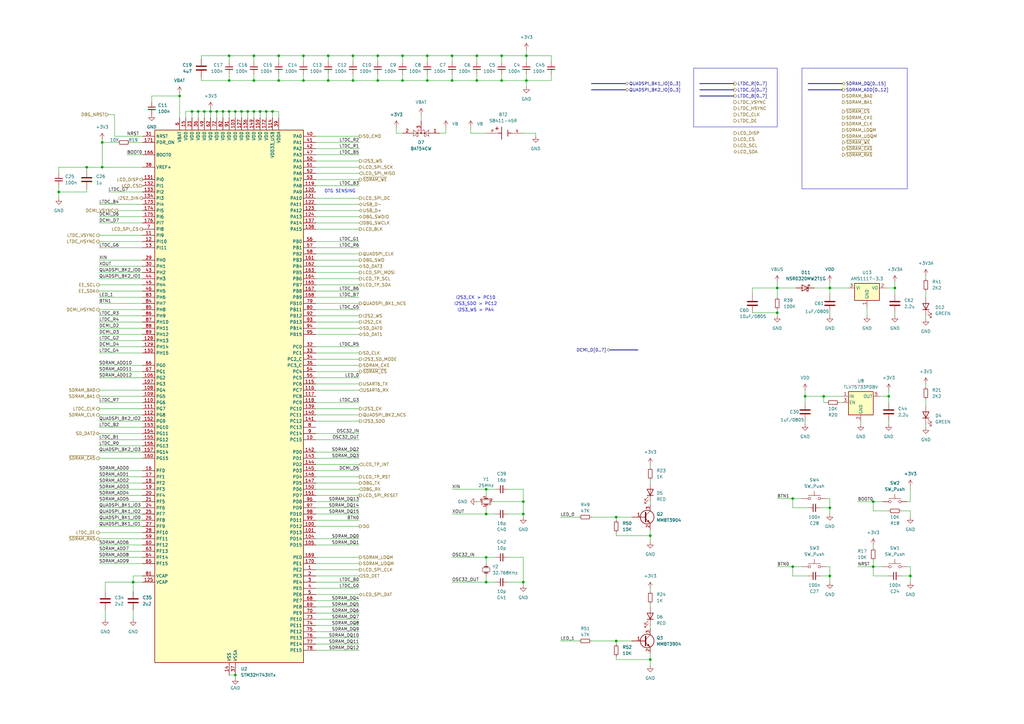
<source format=kicad_sch>
(kicad_sch (version 20231120) (generator "eeschema") (generator_version "8.0")
  (paper "A3")
  (junction (at 154.94 33.02))
  (junction (at 86.36 45.72))
  (junction (at 54.61 238.76))
  (junction (at 41.91 58.42))
  (junction (at 175.26 33.02))
  (junction (at 83.82 45.72))
  (junction (at 106.68 45.72))
  (junction (at 41.91 68.58))
  (junction (at 93.98 33.02))
  (junction (at 215.9 22.86))
  (junction (at 205.74 33.02))
  (junction (at 104.14 22.86))
  (junction (at 81.28 45.72))
  (junction (at 101.6 45.72))
  (junction (at 318.77 118.11))
  (junction (at 337.82 162.56))
  (junction (at 144.78 33.02))
  (junction (at 96.52 45.72))
  (junction (at 199.39 238.76))
  (junction (at 124.46 22.86))
  (junction (at 99.06 45.72))
  (junction (at 214.63 210.82))
  (junction (at 199.39 228.6))
  (junction (at 124.46 33.02))
  (junction (at 104.14 45.72))
  (junction (at 358.14 232.41))
  (junction (at 318.77 128.27))
  (junction (at 111.76 45.72))
  (junction (at 214.63 238.76))
  (junction (at 165.1 22.86))
  (junction (at 185.42 22.86))
  (junction (at 144.78 22.86))
  (junction (at 88.9 45.72))
  (junction (at 165.1 33.02))
  (junction (at 358.14 205.74))
  (junction (at 340.36 208.28))
  (junction (at 195.58 33.02))
  (junction (at 340.36 118.11))
  (junction (at 195.58 22.86))
  (junction (at 330.2 162.56))
  (junction (at 109.22 45.72))
  (junction (at 199.39 210.82))
  (junction (at 93.98 45.72))
  (junction (at 325.12 204.47))
  (junction (at 24.13 78.74))
  (junction (at 367.03 118.11))
  (junction (at 252.73 262.89))
  (junction (at 373.38 236.22))
  (junction (at 134.62 22.86))
  (junction (at 214.63 205.74))
  (junction (at 134.62 33.02))
  (junction (at 35.56 68.58))
  (junction (at 364.49 162.56))
  (junction (at 78.74 45.72))
  (junction (at 205.74 22.86))
  (junction (at 199.39 200.66))
  (junction (at 73.66 39.37))
  (junction (at 252.73 212.09))
  (junction (at 340.36 236.22))
  (junction (at 175.26 22.86))
  (junction (at 96.52 276.86))
  (junction (at 114.3 22.86))
  (junction (at 266.7 219.71))
  (junction (at 266.7 270.51))
  (junction (at 114.3 33.02))
  (junction (at 154.94 22.86))
  (junction (at 91.44 45.72))
  (junction (at 185.42 33.02))
  (junction (at 325.12 232.41))
  (junction (at 104.14 33.02))
  (junction (at 215.9 33.02))
  (junction (at 93.98 22.86))
  (wire (pts (xy 40.64 124.46) (xy 58.42 124.46)))
  (wire (pts (xy 40.64 187.96) (xy 58.42 187.96)))
  (wire (pts (xy 363.22 118.11) (xy 367.03 118.11)))
  (wire (pts (xy 266.7 267.97) (xy 266.7 270.51)))
  (wire (pts (xy 40.64 119.38) (xy 58.42 119.38)))
  (wire (pts (xy 175.26 30.48) (xy 175.26 33.02)))
  (wire (pts (xy 73.66 48.26) (xy 73.66 39.37)))
  (wire (pts (xy 129.54 127) (xy 147.32 127)))
  (wire (pts (xy 331.47 208.28) (xy 325.12 208.28)))
  (wire (pts (xy 114.3 30.48) (xy 114.3 33.02)))
  (wire (pts (xy 40.64 154.94) (xy 58.42 154.94)))
  (wire (pts (xy 214.63 205.74) (xy 214.63 210.82)))
  (wire (pts (xy 215.9 20.32) (xy 215.9 22.86)))
  (wire (pts (xy 40.64 88.9) (xy 58.42 88.9)))
  (wire (pts (xy 195.58 33.02) (xy 185.42 33.02)))
  (wire (pts (xy 129.54 254) (xy 147.32 254)))
  (wire (pts (xy 86.36 45.72) (xy 83.82 45.72)))
  (wire (pts (xy 195.58 22.86) (xy 195.58 25.4)))
  (wire (pts (xy 175.26 33.02) (xy 165.1 33.02)))
  (wire (pts (xy 129.54 99.06) (xy 147.32 99.06)))
  (wire (pts (xy 129.54 256.54) (xy 147.32 256.54)))
  (wire (pts (xy 40.64 198.12) (xy 58.42 198.12)))
  (wire (pts (xy 40.64 109.22) (xy 58.42 109.22)))
  (wire (pts (xy 372.11 205.74) (xy 373.38 205.74)))
  (wire (pts (xy 147.32 144.78) (xy 129.54 144.78)))
  (wire (pts (xy 214.63 238.76) (xy 214.63 240.03)))
  (wire (pts (xy 46.99 46.99) (xy 46.99 55.88)))
  (wire (pts (xy 81.28 45.72) (xy 81.28 48.26)))
  (wire (pts (xy 114.3 22.86) (xy 114.3 25.4)))
  (wire (pts (xy 52.07 63.5) (xy 58.42 63.5)))
  (wire (pts (xy 358.14 209.55) (xy 358.14 205.74)))
  (wire (pts (xy 215.9 22.86) (xy 215.9 25.4)))
  (wire (pts (xy 76.2 48.26) (xy 76.2 45.72)))
  (bus (pts (xy 287.02 36.83) (xy 300.99 36.83)))
  (wire (pts (xy 252.73 212.09) (xy 252.73 213.36)))
  (wire (pts (xy 40.64 149.86) (xy 58.42 149.86)))
  (wire (pts (xy 252.73 212.09) (xy 259.08 212.09)))
  (wire (pts (xy 129.54 142.24) (xy 147.32 142.24)))
  (wire (pts (xy 40.64 180.34) (xy 58.42 180.34)))
  (wire (pts (xy 40.64 228.6) (xy 58.42 228.6)))
  (wire (pts (xy 330.2 162.56) (xy 337.82 162.56)))
  (wire (pts (xy 93.98 33.02) (xy 82.55 33.02)))
  (wire (pts (xy 129.54 266.7) (xy 147.32 266.7)))
  (wire (pts (xy 205.74 22.86) (xy 205.74 25.4)))
  (wire (pts (xy 40.64 185.42) (xy 58.42 185.42)))
  (wire (pts (xy 129.54 63.5) (xy 147.32 63.5)))
  (wire (pts (xy 199.39 228.6) (xy 199.39 231.14)))
  (wire (pts (xy 162.56 54.61) (xy 165.1 54.61)))
  (wire (pts (xy 214.63 200.66) (xy 214.63 205.74)))
  (wire (pts (xy 40.64 101.6) (xy 58.42 101.6)))
  (wire (pts (xy 203.2 228.6) (xy 199.39 228.6)))
  (wire (pts (xy 266.7 270.51) (xy 266.7 273.05)))
  (wire (pts (xy 379.73 119.38) (xy 379.73 121.92)))
  (wire (pts (xy 104.14 22.86) (xy 93.98 22.86)))
  (wire (pts (xy 308.61 118.11) (xy 318.77 118.11)))
  (wire (pts (xy 367.03 115.57) (xy 367.03 118.11)))
  (wire (pts (xy 40.64 91.44) (xy 58.42 91.44)))
  (wire (pts (xy 86.36 45.72) (xy 86.36 48.26)))
  (wire (pts (xy 40.64 116.84) (xy 58.42 116.84)))
  (wire (pts (xy 40.64 223.52) (xy 58.42 223.52)))
  (wire (pts (xy 58.42 238.76) (xy 54.61 238.76)))
  (wire (pts (xy 40.64 129.54) (xy 58.42 129.54)))
  (wire (pts (xy 353.06 173.99) (xy 353.06 172.72)))
  (wire (pts (xy 205.74 22.86) (xy 195.58 22.86)))
  (wire (pts (xy 229.87 262.89) (xy 237.49 262.89)))
  (wire (pts (xy 40.64 139.7) (xy 58.42 139.7)))
  (wire (pts (xy 340.36 204.47) (xy 340.36 208.28)))
  (wire (pts (xy 41.91 58.42) (xy 41.91 68.58)))
  (wire (pts (xy 41.91 58.42) (xy 48.26 58.42)))
  (wire (pts (xy 53.34 58.42) (xy 58.42 58.42)))
  (wire (pts (xy 193.04 52.07) (xy 193.04 54.61)))
  (wire (pts (xy 379.73 163.83) (xy 379.73 166.37)))
  (bus (pts (xy 331.47 34.29) (xy 345.44 34.29)))
  (wire (pts (xy 364.49 160.02) (xy 364.49 162.56)))
  (wire (pts (xy 154.94 22.86) (xy 144.78 22.86)))
  (wire (pts (xy 43.18 254) (xy 43.18 250.19)))
  (wire (pts (xy 144.78 22.86) (xy 134.62 22.86)))
  (wire (pts (xy 337.82 165.1) (xy 339.09 165.1)))
  (wire (pts (xy 185.42 22.86) (xy 175.26 22.86)))
  (wire (pts (xy 147.32 55.88) (xy 129.54 55.88)))
  (wire (pts (xy 93.98 22.86) (xy 82.55 22.86)))
  (wire (pts (xy 40.64 213.36) (xy 58.42 213.36)))
  (wire (pts (xy 40.64 182.88) (xy 58.42 182.88)))
  (wire (pts (xy 24.13 76.2) (xy 24.13 78.74)))
  (wire (pts (xy 318.77 129.54) (xy 318.77 128.27)))
  (wire (pts (xy 129.54 251.46) (xy 147.32 251.46)))
  (wire (pts (xy 144.78 33.02) (xy 134.62 33.02)))
  (wire (pts (xy 129.54 93.98) (xy 147.32 93.98)))
  (wire (pts (xy 144.78 30.48) (xy 144.78 33.02)))
  (wire (pts (xy 134.62 22.86) (xy 134.62 25.4)))
  (wire (pts (xy 40.64 132.08) (xy 58.42 132.08)))
  (wire (pts (xy 147.32 132.08) (xy 129.54 132.08)))
  (wire (pts (xy 54.61 238.76) (xy 54.61 242.57)))
  (wire (pts (xy 226.06 25.4) (xy 226.06 22.86)))
  (wire (pts (xy 266.7 205.74) (xy 266.7 207.01)))
  (wire (pts (xy 129.54 116.84) (xy 147.32 116.84)))
  (wire (pts (xy 40.64 172.72) (xy 58.42 172.72)))
  (wire (pts (xy 129.54 177.8) (xy 147.32 177.8)))
  (wire (pts (xy 185.42 33.02) (xy 175.26 33.02)))
  (wire (pts (xy 129.54 60.96) (xy 147.32 60.96)))
  (wire (pts (xy 345.44 162.56) (xy 337.82 162.56)))
  (wire (pts (xy 165.1 22.86) (xy 165.1 25.4)))
  (wire (pts (xy 226.06 33.02) (xy 215.9 33.02)))
  (wire (pts (xy 88.9 45.72) (xy 88.9 48.26)))
  (wire (pts (xy 35.56 77.47) (xy 35.56 78.74)))
  (wire (pts (xy 325.12 208.28) (xy 325.12 204.47)))
  (wire (pts (xy 109.22 45.72) (xy 111.76 45.72)))
  (wire (pts (xy 129.54 200.66) (xy 147.32 200.66)))
  (wire (pts (xy 129.54 76.2) (xy 147.32 76.2)))
  (wire (pts (xy 379.73 113.03) (xy 379.73 114.3)))
  (wire (pts (xy 129.54 167.64) (xy 147.32 167.64)))
  (wire (pts (xy 339.09 232.41) (xy 340.36 232.41)))
  (wire (pts (xy 147.32 129.54) (xy 129.54 129.54)))
  (wire (pts (xy 154.94 30.48) (xy 154.94 33.02)))
  (wire (pts (xy 99.06 45.72) (xy 101.6 45.72)))
  (wire (pts (xy 44.45 46.99) (xy 46.99 46.99)))
  (wire (pts (xy 325.12 236.22) (xy 325.12 232.41)))
  (wire (pts (xy 147.32 149.86) (xy 129.54 149.86)))
  (wire (pts (xy 355.6 129.54) (xy 355.6 125.73)))
  (wire (pts (xy 252.73 270.51) (xy 266.7 270.51)))
  (wire (pts (xy 124.46 22.86) (xy 114.3 22.86)))
  (wire (pts (xy 134.62 33.02) (xy 124.46 33.02)))
  (wire (pts (xy 106.68 45.72) (xy 109.22 45.72)))
  (wire (pts (xy 308.61 128.27) (xy 318.77 128.27)))
  (wire (pts (xy 147.32 86.36) (xy 129.54 86.36)))
  (wire (pts (xy 199.39 238.76) (xy 199.39 236.22)))
  (wire (pts (xy 340.36 118.11) (xy 347.98 118.11)))
  (wire (pts (xy 129.54 185.42) (xy 147.32 185.42)))
  (wire (pts (xy 147.32 109.22) (xy 129.54 109.22)))
  (wire (pts (xy 129.54 246.38) (xy 147.32 246.38)))
  (wire (pts (xy 40.64 170.18) (xy 58.42 170.18)))
  (wire (pts (xy 40.64 162.56) (xy 58.42 162.56)))
  (wire (pts (xy 147.32 170.18) (xy 129.54 170.18)))
  (wire (pts (xy 214.63 210.82) (xy 214.63 212.09)))
  (wire (pts (xy 364.49 209.55) (xy 358.14 209.55)))
  (wire (pts (xy 340.36 236.22) (xy 340.36 238.76)))
  (wire (pts (xy 129.54 213.36) (xy 147.32 213.36)))
  (wire (pts (xy 76.2 45.72) (xy 78.74 45.72)))
  (wire (pts (xy 154.94 22.86) (xy 154.94 25.4)))
  (wire (pts (xy 331.47 236.22) (xy 325.12 236.22)))
  (wire (pts (xy 124.46 33.02) (xy 114.3 33.02)))
  (wire (pts (xy 40.64 226.06) (xy 58.42 226.06)))
  (wire (pts (xy 185.42 30.48) (xy 185.42 33.02)))
  (wire (pts (xy 147.32 83.82) (xy 129.54 83.82)))
  (wire (pts (xy 219.71 54.61) (xy 219.71 55.88)))
  (wire (pts (xy 96.52 45.72) (xy 99.06 45.72)))
  (wire (pts (xy 195.58 30.48) (xy 195.58 33.02)))
  (wire (pts (xy 199.39 210.82) (xy 199.39 208.28)))
  (wire (pts (xy 147.32 147.32) (xy 129.54 147.32)))
  (wire (pts (xy 40.64 127) (xy 58.42 127)))
  (wire (pts (xy 147.32 124.46) (xy 129.54 124.46)))
  (wire (pts (xy 165.1 30.48) (xy 165.1 33.02)))
  (wire (pts (xy 129.54 233.68) (xy 147.32 233.68)))
  (wire (pts (xy 46.99 55.88) (xy 58.42 55.88)))
  (wire (pts (xy 201.93 205.74) (xy 214.63 205.74)))
  (wire (pts (xy 82.55 31.75) (xy 82.55 33.02)))
  (wire (pts (xy 43.18 238.76) (xy 43.18 242.57)))
  (wire (pts (xy 129.54 101.6) (xy 147.32 101.6)))
  (wire (pts (xy 369.57 236.22) (xy 373.38 236.22)))
  (wire (pts (xy 40.64 83.82) (xy 58.42 83.82)))
  (wire (pts (xy 134.62 22.86) (xy 124.46 22.86)))
  (wire (pts (xy 78.74 45.72) (xy 81.28 45.72)))
  (wire (pts (xy 129.54 203.2) (xy 147.32 203.2)))
  (wire (pts (xy 205.74 33.02) (xy 195.58 33.02)))
  (wire (pts (xy 147.32 137.16) (xy 129.54 137.16)))
  (wire (pts (xy 266.7 219.71) (xy 266.7 222.25)))
  (wire (pts (xy 129.54 248.92) (xy 147.32 248.92)))
  (wire (pts (xy 147.32 236.22) (xy 129.54 236.22)))
  (wire (pts (xy 82.55 24.13) (xy 82.55 22.86)))
  (wire (pts (xy 147.32 195.58) (xy 129.54 195.58)))
  (wire (pts (xy 109.22 45.72) (xy 109.22 48.26)))
  (wire (pts (xy 147.32 152.4) (xy 129.54 152.4)))
  (wire (pts (xy 175.26 22.86) (xy 165.1 22.86)))
  (wire (pts (xy 203.2 200.66) (xy 199.39 200.66)))
  (wire (pts (xy 379.73 130.81) (xy 379.73 129.54)))
  (wire (pts (xy 340.36 208.28) (xy 340.36 210.82)))
  (wire (pts (xy 129.54 187.96) (xy 147.32 187.96)))
  (wire (pts (xy 91.44 45.72) (xy 93.98 45.72)))
  (wire (pts (xy 24.13 78.74) (xy 35.56 78.74)))
  (wire (pts (xy 62.23 39.37) (xy 62.23 41.91)))
  (wire (pts (xy 114.3 22.86) (xy 104.14 22.86)))
  (wire (pts (xy 40.64 165.1) (xy 58.42 165.1)))
  (wire (pts (xy 266.7 241.3) (xy 266.7 242.57)))
  (wire (pts (xy 96.52 45.72) (xy 96.52 48.26)))
  (wire (pts (xy 129.54 238.76) (xy 147.32 238.76)))
  (wire (pts (xy 185.42 238.76) (xy 199.39 238.76)))
  (wire (pts (xy 330.2 165.1) (xy 330.2 162.56)))
  (wire (pts (xy 129.54 172.72) (xy 147.32 172.72)))
  (wire (pts (xy 93.98 30.48) (xy 93.98 33.02)))
  (wire (pts (xy 367.03 118.11) (xy 367.03 120.65)))
  (wire (pts (xy 364.49 162.56) (xy 364.49 165.1)))
  (wire (pts (xy 340.36 115.57) (xy 340.36 118.11)))
  (wire (pts (xy 104.14 33.02) (xy 93.98 33.02)))
  (wire (pts (xy 40.64 160.02) (xy 58.42 160.02)))
  (wire (pts (xy 111.76 45.72) (xy 114.3 45.72)))
  (wire (pts (xy 185.42 210.82) (xy 199.39 210.82)))
  (wire (pts (xy 266.7 190.5) (xy 266.7 191.77)))
  (wire (pts (xy 318.77 232.41) (xy 325.12 232.41)))
  (wire (pts (xy 129.54 68.58) (xy 147.32 68.58)))
  (wire (pts (xy 229.87 212.09) (xy 237.49 212.09)))
  (wire (pts (xy 40.64 175.26) (xy 58.42 175.26)))
  (wire (pts (xy 129.54 71.12) (xy 147.32 71.12)))
  (wire (pts (xy 147.32 66.04) (xy 129.54 66.04)))
  (wire (pts (xy 48.26 86.36) (xy 58.42 86.36)))
  (wire (pts (xy 358.14 223.52) (xy 358.14 224.79)))
  (wire (pts (xy 40.64 205.74) (xy 58.42 205.74)))
  (wire (pts (xy 93.98 45.72) (xy 93.98 48.26)))
  (wire (pts (xy 40.64 195.58) (xy 58.42 195.58)))
  (wire (pts (xy 165.1 22.86) (xy 154.94 22.86)))
  (wire (pts (xy 147.32 157.48) (xy 129.54 157.48)))
  (wire (pts (xy 344.17 165.1) (xy 345.44 165.1)))
  (wire (pts (xy 330.2 173.99) (xy 330.2 172.72)))
  (wire (pts (xy 40.64 218.44) (xy 58.42 218.44)))
  (wire (pts (xy 129.54 243.84) (xy 147.32 243.84)))
  (wire (pts (xy 172.72 46.99) (xy 172.72 49.53)))
  (wire (pts (xy 226.06 22.86) (xy 215.9 22.86)))
  (wire (pts (xy 129.54 223.52) (xy 147.32 223.52)))
  (wire (pts (xy 40.64 152.4) (xy 58.42 152.4)))
  (wire (pts (xy 129.54 121.92) (xy 147.32 121.92)))
  (wire (pts (xy 44.45 78.74) (xy 58.42 78.74)))
  (wire (pts (xy 129.54 180.34) (xy 147.32 180.34)))
  (wire (pts (xy 40.64 144.78) (xy 58.42 144.78)))
  (wire (pts (xy 73.66 39.37) (xy 62.23 39.37)))
  (wire (pts (xy 358.14 205.74) (xy 361.95 205.74)))
  (wire (pts (xy 129.54 241.3) (xy 147.32 241.3)))
  (wire (pts (xy 165.1 33.02) (xy 154.94 33.02)))
  (wire (pts (xy 336.55 236.22) (xy 340.36 236.22)))
  (wire (pts (xy 40.64 203.2) (xy 58.42 203.2)))
  (wire (pts (xy 266.7 247.65) (xy 266.7 248.92)))
  (wire (pts (xy 114.3 33.02) (xy 104.14 33.02)))
  (wire (pts (xy 193.04 54.61) (xy 199.39 54.61)))
  (wire (pts (xy 215.9 30.48) (xy 215.9 33.02)))
  (wire (pts (xy 252.73 262.89) (xy 259.08 262.89)))
  (wire (pts (xy 129.54 119.38) (xy 147.32 119.38)))
  (wire (pts (xy 40.64 167.64) (xy 58.42 167.64)))
  (wire (pts (xy 104.14 22.86) (xy 104.14 25.4)))
  (wire (pts (xy 325.12 232.41) (xy 328.93 232.41)))
  (wire (pts (xy 86.36 45.72) (xy 88.9 45.72)))
  (wire (pts (xy 208.28 200.66) (xy 214.63 200.66)))
  (wire (pts (xy 147.32 91.44) (xy 129.54 91.44)))
  (wire (pts (xy 208.28 210.82) (xy 214.63 210.82)))
  (wire (pts (xy 129.54 261.62) (xy 147.32 261.62)))
  (wire (pts (xy 40.64 200.66) (xy 58.42 200.66)))
  (wire (pts (xy 360.68 162.56) (xy 364.49 162.56)))
  (wire (pts (xy 129.54 198.12) (xy 147.32 198.12)))
  (wire (pts (xy 226.06 30.48) (xy 226.06 33.02)))
  (wire (pts (xy 318.77 128.27) (xy 318.77 127)))
  (wire (pts (xy 147.32 81.28) (xy 129.54 81.28)))
  (wire (pts (xy 364.49 236.22) (xy 358.14 236.22)))
  (wire (pts (xy 129.54 165.1) (xy 147.32 165.1)))
  (wire (pts (xy 147.32 73.66) (xy 129.54 73.66)))
  (wire (pts (xy 54.61 254) (xy 54.61 250.19)))
  (wire (pts (xy 337.82 162.56) (xy 337.82 165.1)))
  (wire (pts (xy 175.26 22.86) (xy 175.26 25.4)))
  (wire (pts (xy 134.62 30.48) (xy 134.62 33.02)))
  (wire (pts (xy 83.82 45.72) (xy 83.82 48.26)))
  (wire (pts (xy 129.54 220.98) (xy 147.32 220.98)))
  (bus (pts (xy 242.57 34.29) (xy 256.54 34.29)))
  (wire (pts (xy 215.9 33.02) (xy 215.9 35.56)))
  (wire (pts (xy 214.63 54.61) (xy 219.71 54.61)))
  (wire (pts (xy 93.98 45.72) (xy 96.52 45.72)))
  (wire (pts (xy 91.44 45.72) (xy 91.44 48.26)))
  (wire (pts (xy 101.6 45.72) (xy 104.14 45.72)))
  (wire (pts (xy 41.91 57.15) (xy 41.91 58.42)))
  (wire (pts (xy 373.38 232.41) (xy 373.38 236.22)))
  (wire (pts (xy 41.91 68.58) (xy 58.42 68.58)))
  (wire (pts (xy 35.56 68.58) (xy 41.91 68.58)))
  (wire (pts (xy 104.14 45.72) (xy 104.14 48.26)))
  (wire (pts (xy 367.03 129.54) (xy 367.03 128.27)))
  (wire (pts (xy 86.36 44.45) (xy 86.36 45.72)))
  (wire (pts (xy 373.38 209.55) (xy 373.38 212.09)))
  (wire (pts (xy 336.55 208.28) (xy 340.36 208.28)))
  (wire (pts (xy 35.56 69.85) (xy 35.56 68.58)))
  (wire (pts (xy 252.73 262.89) (xy 252.73 264.16)))
  (wire (pts (xy 40.64 134.62) (xy 58.42 134.62)))
  (wire (pts (xy 330.2 160.02) (xy 330.2 162.56)))
  (wire (pts (xy 40.64 215.9) (xy 58.42 215.9)))
  (wire (pts (xy 340.36 120.65) (xy 340.36 118.11)))
  (wire (pts (xy 99.06 45.72) (xy 99.06 48.26)))
  (wire (pts (xy 124.46 30.48) (xy 124.46 33.02)))
  (wire (pts (xy 340.36 232.41) (xy 340.36 236.22)))
  (wire (pts (xy 318.77 118.11) (xy 326.39 118.11)))
  (wire (pts (xy 208.28 238.76) (xy 214.63 238.76)))
  (wire (pts (xy 104.14 30.48) (xy 104.14 33.02)))
  (wire (pts (xy 147.32 88.9) (xy 129.54 88.9)))
  (wire (pts (xy 318.77 118.11) (xy 318.77 121.92)))
  (wire (pts (xy 252.73 219.71) (xy 266.7 219.71)))
  (wire (pts (xy 325.12 204.47) (xy 328.93 204.47)))
  (wire (pts (xy 24.13 78.74) (xy 24.13 81.28)))
  (wire (pts (xy 340.36 129.54) (xy 340.36 128.27)))
  (wire (pts (xy 369.57 209.55) (xy 373.38 209.55)))
  (wire (pts (xy 351.79 232.41) (xy 358.14 232.41)))
  (wire (pts (xy 373.38 236.22) (xy 373.38 238.76)))
  (wire (pts (xy 40.64 99.06) (xy 58.42 99.06)))
  (wire (pts (xy 129.54 264.16) (xy 147.32 264.16)))
  (wire (pts (xy 339.09 204.47) (xy 340.36 204.47)))
  (wire (pts (xy 208.28 228.6) (xy 214.63 228.6)))
  (wire (pts (xy 364.49 173.99) (xy 364.49 172.72)))
  (wire (pts (xy 373.38 199.39) (xy 373.38 205.74)))
  (wire (pts (xy 40.64 111.76) (xy 58.42 111.76)))
  (wire (pts (xy 129.54 215.9) (xy 147.32 215.9)))
  (wire (pts (xy 372.11 232.41) (xy 373.38 232.41)))
  (wire (pts (xy 129.54 193.04) (xy 147.32 193.04)))
  (wire (pts (xy 147.32 190.5) (xy 129.54 190.5)))
  (wire (pts (xy 203.2 210.82) (xy 199.39 210.82)))
  (wire (pts (xy 58.42 236.22) (xy 54.61 236.22)))
  (wire (pts (xy 318.77 204.47) (xy 325.12 204.47)))
  (wire (pts (xy 185.42 228.6) (xy 199.39 228.6)))
  (wire (pts (xy 147.32 106.68) (xy 129.54 106.68)))
  (wire (pts (xy 358.14 229.87) (xy 358.14 232.41)))
  (wire (pts (xy 40.64 137.16) (xy 58.42 137.16)))
  (wire (pts (xy 203.2 238.76) (xy 199.39 238.76)))
  (wire (pts (xy 93.98 22.86) (xy 93.98 25.4)))
  (wire (pts (xy 40.64 177.8) (xy 58.42 177.8)))
  (wire (pts (xy 129.54 231.14) (xy 147.32 231.14)))
  (wire (pts (xy 40.64 231.14) (xy 58.42 231.14)))
  (wire (pts (xy 379.73 175.26) (xy 379.73 173.99)))
  (wire (pts (xy 40.64 220.98) (xy 58.42 220.98)))
  (wire (pts (xy 185.42 22.86) (xy 185.42 25.4)))
  (wire (pts (xy 114.3 45.72) (xy 114.3 48.26)))
  (wire (pts (xy 242.57 262.89) (xy 252.73 262.89)))
  (wire (pts (xy 24.13 68.58) (xy 24.13 71.12)))
  (wire (pts (xy 358.14 232.41) (xy 361.95 232.41)))
  (wire (pts (xy 147.32 111.76) (xy 129.54 111.76)))
  (wire (pts (xy 252.73 269.24) (xy 252.73 270.51)))
  (wire (pts (xy 162.56 52.07) (xy 162.56 54.61)))
  (wire (pts (xy 78.74 45.72) (xy 78.74 48.26)))
  (wire (pts (xy 252.73 218.44) (xy 252.73 219.71)))
  (wire (pts (xy 215.9 22.86) (xy 205.74 22.86)))
  (wire (pts (xy 215.9 33.02) (xy 205.74 33.02)))
  (wire (pts (xy 104.14 45.72) (xy 106.68 45.72)))
  (wire (pts (xy 111.76 45.72) (xy 111.76 48.26)))
  (wire (pts (xy 129.54 205.74) (xy 147.32 205.74)))
  (wire (pts (xy 379.73 157.48) (xy 379.73 158.75)))
  (wire (pts (xy 40.64 96.52) (xy 58.42 96.52)))
  (wire (pts (xy 40.64 210.82) (xy 58.42 210.82)))
  (wire (pts (xy 147.32 134.62) (xy 129.54 134.62)))
  (bus (pts (xy 331.47 36.83) (xy 345.44 36.83)))
  (wire (pts (xy 129.54 114.3) (xy 147.32 114.3)))
  (wire (pts (xy 81.28 45.72) (xy 83.82 45.72)))
  (wire (pts (xy 266.7 196.85) (xy 266.7 198.12)))
  (wire (pts (xy 129.54 259.08) (xy 147.32 259.08)))
  (wire (pts (xy 54.61 238.76) (xy 43.18 238.76)))
  (wire (pts (xy 266.7 217.17) (xy 266.7 219.71)))
  (wire (pts (xy 106.68 45.72) (xy 106.68 48.26)))
  (wire (pts (xy 154.94 33.02) (xy 144.78 33.02)))
  (bus (pts (xy 242.57 36.83) (xy 256.54 36.83)))
  (wire (pts (xy 96.52 276.86) (xy 96.52 278.13)))
  (wire (pts (xy 195.58 22.86) (xy 185.42 22.86)))
  (wire (pts (xy 40.64 106.68) (xy 58.42 106.68)))
  (wire (pts (xy 308.61 120.65) (xy 308.61 118.11)))
  (wire (pts (xy 180.34 54.61) (xy 182.88 54.61)))
  (wire (pts (xy 73.66 38.1) (xy 73.66 39.37)))
  (wire (pts (xy 266.7 256.54) (xy 266.7 257.81)))
  (wire (pts (xy 242.57 212.09) (xy 252.73 212.09)))
  (wire (pts (xy 214.63 228.6) (xy 214.63 238.76)))
  (wire (pts (xy 54.61 236.22) (xy 54.61 238.76)))
  (wire (pts (xy 358.14 236.22) (xy 358.14 232.41)))
  (wire (pts (xy 147.32 160.02) (xy 129.54 160.02)))
  (bus (pts (xy 250.19 143.51) (xy 261.62 143.51)))
  (bus (pts (xy 287.02 39.37) (xy 300.99 39.37)))
  (wire (pts (xy 24.13 68.58) (xy 35.56 68.58)))
  (wire (pts (xy 124.46 22.86) (xy 124.46 25.4)))
  (wire (pts (xy 199.39 200.66) (xy 199.39 203.2)))
  (wire (pts (xy 144.78 22.86) (xy 144.78 25.4)))
  (wire (pts (xy 129.54 210.82) (xy 147.32 210.82)))
  (wire (pts (xy 101.6 45.72) (xy 101.6 48.26)))
  (wire (pts (xy 182.88 54.61) (xy 182.88 52.07)))
  (wire (pts (xy 40.64 208.28) (xy 58.42 208.28)))
  (wire (pts (xy 318.77 115.57) (xy 318.77 118.11)))
  (wire (pts (xy 129.54 228.6) (xy 147.32 228.6)))
  (wire (pts (xy 40.64 121.92) (xy 58.42 121.92)))
  (wire (pts (xy 185.42 200.66) (xy 199.39 200.66)))
  (wire (pts (xy 129.54 154.94) (xy 147.32 154.94)))
  (wire (pts (xy 93.98 276.86) (xy 96.52 276.86)))
  (bus (pts (xy 287.02 34.29) (xy 300.99 34.29)))
  (wire (pts (xy 40.64 142.24) (xy 58.42 142.24)))
  (wire (pts (xy 351.79 205.74) (xy 358.14 205.74)))
  (wire (pts (xy 205.74 30.48) (xy 205.74 33.02)))
  (wire (pts (xy 334.01 118.11) (xy 340.36 118.11)))
  (wire (pts (xy 40.64 114.3) (xy 58.42 114.3)))
  (wire (pts (xy 129.54 208.28) (xy 147.32 208.28)))
  (wire (pts (xy 147.32 104.14) (xy 129.54 104.14)))
  (wire (pts (xy 129.54 58.42) (xy 147.32 58.42)))
  (wire (pts (xy 40.64 193.04) (xy 58.42 193.04)))
  (wire (pts (xy 196.85 205.74) (xy 195.58 205.74)))
  (wire (pts (xy 88.9 45.72) (xy 91.44 45.72)))
  (rectangle (start 284.48 27.94) (end 318.77 52.07))
  (rectangle (start 328.93 27.94) (end 372.11 77.47))
  (text "I2S3_WS > PA4" (at 195.072 127.254 0) (effects (font (size 1.27 1.27))))
  (text "I2S3_SDO > PC12" (at 195.072 124.714 0) (effects (font (size 1.27 1.27))))
  (text "I2S3_CK > PC10" (at 195.072 122.174 0) (effects (font (size 1.27 1.27))))
  (text "OTG SENSING" (at 139.446 78.486 0) (effects (font (size 1.27 1.27))))
  (label "NRST" (at 52.07 55.88 0))
  (label "QUADSPI_BK1_IO3" (at 40.64 208.28 0))
  (label "LTDC_R4" (at 40.64 132.08 0))
  (label "DCMI_D4" (at 40.64 142.24 0))
  (label "LTDC_B5" (at 147.32 63.5 180))
  (label "SDRAM_DQ15" (at 147.32 210.82 180))
  (label "SDRAM_ADD1" (at 40.64 195.58 0))
  (label "LTDC_G3" (at 147.32 165.1 180))
  (label "BTN1" (at 40.64 124.46 0))
  (label "LTDC_G4" (at 40.64 144.78 0))
  (label "QUADSPI_BK1_IO1" (at 40.64 215.9 0))
  (label "XIN" (at 40.64 106.68 0))
  (label "XOUT" (at 40.64 109.22 0))
  (label "OSC32_OUT" (at 147.32 180.34 180))
  (label "BOOT0" (at 351.79 205.74 0))
  (label "LTDC_R3" (at 40.64 129.54 0))
  (label "LTDC_R6" (at 147.32 101.6 180))
  (label "LTDC_G1" (at 147.32 99.06 180))
  (label "QUADSPI_BK1_IO2" (at 40.64 210.82 0))
  (label "SDRAM_DQ1" (at 147.32 223.52 180))
  (label "LED_1" (at 40.64 121.92 0))
  (label "LTDC_G0" (at 147.32 241.3 180))
  (label "SDRAM_ADD0" (at 40.64 193.04 0))
  (label "SDRAM_DQ7" (at 147.32 254 180))
  (label "SDRAM_ADD5" (at 40.64 205.74 0))
  (label "SDRAM_DQ0" (at 147.32 220.98 180))
  (label "LTDC_R7" (at 40.64 165.1 0))
  (label "LED_0" (at 229.87 212.09 0))
  (label "SDRAM_DQ10" (at 147.32 261.62 180))
  (label "LTDC_B2" (at 40.64 175.26 0))
  (label "LTDC_B1" (at 40.64 180.34 0))
  (label "DCMI_D6" (at 40.64 88.9 0))
  (label "LED_1" (at 229.87 262.89 0))
  (label "QUADSPI_BK2_IO2" (at 40.64 172.72 0))
  (label "OSC32_IN" (at 185.42 228.6 0))
  (label "LED_0" (at 147.32 154.94 180))
  (label "BTN0" (at 318.77 232.41 0))
  (label "LTDC_R0" (at 40.64 182.88 0))
  (label "DCMI_D3" (at 40.64 137.16 0))
  (label "QUADSPI_BK2_IO0" (at 40.64 111.76 0))
  (label "LTDC_G2" (at 40.64 139.7 0))
  (label "QUADSPI_BK2_IO3" (at 40.64 185.42 0))
  (label "LTDC_B0" (at 147.32 238.76 180))
  (label "SDRAM_DQ11" (at 147.32 264.16 180))
  (label "SDRAM_ADD6" (at 40.64 223.52 0))
  (label "SDRAM_ADD9" (at 40.64 231.14 0))
  (label "SDRAM_DQ14" (at 147.32 208.28 180))
  (label "BTN0" (at 147.32 213.36 180))
  (label "LTDC_B3" (at 147.32 76.2 180))
  (label "SDRAM_DQ13" (at 147.32 205.74 180))
  (label "SDRAM_DQ6" (at 147.32 251.46 180))
  (label "SDRAM_ADD3" (at 40.64 200.66 0))
  (label "XOUT" (at 185.42 210.82 0))
  (label "LTDC_B6" (at 147.32 119.38 180))
  (label "SDRAM_ADD7" (at 40.64 226.06 0))
  (label "SDRAM_ADD8" (at 40.64 228.6 0))
  (label "SDRAM_DQ4" (at 147.32 246.38 180))
  (label "LTDC_G6" (at 40.64 101.6 0))
  (label "LTDC_G7" (at 44.45 78.74 0))
  (label "QUADSPI_BK1_IO0" (at 40.64 213.36 0))
  (label "SDRAM_ADD10" (at 40.64 149.86 0))
  (label "DCMI_D7" (at 40.64 91.44 0))
  (label "SDRAM_ADD2" (at 40.64 198.12 0))
  (label "LTDC_B4" (at 40.64 83.82 0))
  (label "SDRAM_DQ9" (at 147.32 259.08 180))
  (label "LTDC_R5" (at 147.32 142.24 180))
  (label "QUADSPI_BK2_IO1" (at 40.64 114.3 0))
  (label "SDRAM_ADD11" (at 40.64 152.4 0))
  (label "LTDC_R2" (at 147.32 58.42 180))
  (label "LTDC_G5" (at 147.32 127 180))
  (label "SDRAM_DQ8" (at 147.32 256.54 180))
  (label "OSC32_OUT" (at 185.42 238.76 0))
  (label "SDRAM_ADD4" (at 40.64 203.2 0))
  (label "NRST" (at 351.79 232.41 0))
  (label "XIN" (at 185.42 200.66 0))
  (label "SDRAM_DQ5" (at 147.32 248.92 180))
  (label "SDRAM_ADD12" (at 40.64 154.94 0))
  (label "SDRAM_DQ12" (at 147.32 266.7 180))
  (label "BTN1" (at 318.77 204.47 0))
  (label "OSC32_IN" (at 147.32 177.8 180))
  (label "LTDC_R1" (at 147.32 60.96 180))
  (label "BOOT0" (at 52.07 63.5 0))
  (label "DCMI_D2" (at 40.64 134.62 0))
  (label "DCMI_D5" (at 147.32 193.04 180))
  (label "SDRAM_DQ3" (at 147.32 187.96 180))
  (label "LTDC_B7" (at 147.32 121.92 180))
  (label "SDRAM_DQ2" (at 147.32 185.42 180))
  (hierarchical_label "LCD_SPI_CS" (shape output) (at 58.42 93.98 180))
  (hierarchical_label "LCD_CS" (shape input) (at 58.42 76.2 180))
  (hierarchical_label "LTDC_DE" (shape output) (at 40.64 218.44 180))
  (hierarchical_label "DBG_NRST" (shape input) (at 44.45 46.99 180))
  (hierarchical_label "DBG_SWO" (shape output) (at 147.32 106.68 0))
  (hierarchical_label "LCD_SPI_DAT" (shape bidirectional) (at 147.32 243.84 0))
  (hierarchical_label "~{SDRAM_CAS}" (shape output) (at 345.44 60.96 0))
  (hierarchical_label "LTDC_HSYNC" (shape output) (at 40.64 99.06 180))
  (hierarchical_label "~{SDRAM_WE}" (shape output) (at 147.32 73.66 0))
  (hierarchical_label "LCD_DISP" (shape output) (at 58.42 73.66 180))
  (hierarchical_label "QUADSPI_BK1_NCS" (shape output) (at 147.32 124.46 0))
  (hierarchical_label "LCD_DISP" (shape output) (at 300.99 54.61 0))
  (hierarchical_label "DBG_RX" (shape input) (at 147.32 200.66 0))
  (hierarchical_label "LTDC_B[0..7]" (shape output) (at 300.99 39.37 0))
  (hierarchical_label "LTDC_DE" (shape output) (at 300.99 49.53 0))
  (hierarchical_label "LTDC_R[0..7]" (shape output) (at 300.99 34.29 0))
  (hierarchical_label "LCD_CS" (shape output) (at 300.99 57.15 0))
  (hierarchical_label "DBG_SWCLK" (shape input) (at 147.32 91.44 0))
  (hierarchical_label "I2S3_SD_MODE" (shape output) (at 147.32 147.32 0))
  (hierarchical_label "QUADSPI_BK1_IO[0..3]" (shape bidirectional) (at 256.54 34.29 0))
  (hierarchical_label "EE_SDA" (shape bidirectional) (at 40.64 119.38 180))
  (hierarchical_label "DBG_SWDIO" (shape bidirectional) (at 147.32 88.9 0))
  (hierarchical_label "SD_CLK" (shape output) (at 147.32 144.78 0))
  (hierarchical_label "SD_DAT3" (shape bidirectional) (at 147.32 109.22 0))
  (hierarchical_label "~{SDRAM_RAS}" (shape output) (at 40.64 220.98 180))
  (hierarchical_label "SDRAM_ADD[0..12]" (shape output) (at 345.44 36.83 0))
  (hierarchical_label "QUADSPI_CLK" (shape output) (at 147.32 104.14 0))
  (hierarchical_label "LCD_TP_RST" (shape output) (at 147.32 195.58 0))
  (hierarchical_label "LTDC_CLK" (shape output) (at 300.99 46.99 0))
  (hierarchical_label "I2S2_WS" (shape output) (at 147.32 129.54 0))
  (hierarchical_label "DCMI_HSYNC" (shape output) (at 40.64 127 180))
  (hierarchical_label "SD_DET" (shape input) (at 147.32 236.22 0))
  (hierarchical_label "SDRAM_UDQM" (shape output) (at 147.32 231.14 0))
  (hierarchical_label "I2S2_CK" (shape output) (at 147.32 132.08 0))
  (hierarchical_label "~{SDRAM_WE}" (shape output) (at 345.44 58.42 0))
  (hierarchical_label "LCD_SPI_CLK" (shape output) (at 147.32 233.68 0))
  (hierarchical_label "~{SDRAM_RAS}" (shape output) (at 345.44 63.5 0))
  (hierarchical_label "LTDC_G[0..7]" (shape output) (at 300.99 36.83 0))
  (hierarchical_label "I2S2_DIN" (shape output) (at 58.42 81.28 180))
  (hierarchical_label "EE_SCL" (shape output) (at 40.64 116.84 180))
  (hierarchical_label "USB_D+" (shape bidirectional) (at 147.32 86.36 0))
  (hierarchical_label "LCD_SDA" (shape bidirectional) (at 300.99 62.23 0))
  (hierarchical_label "DO" (shape output) (at 147.32 215.9 0))
  (hierarchical_label "LCD_SPI_DC" (shape output) (at 147.32 81.28 0))
  (hierarchical_label "SDRAM_CKE" (shape output) (at 147.32 149.86 0))
  (hierarchical_label "~{SDRAM_CS}" (shape output) (at 345.44 45.72 0))
  (hierarchical_label "SDRAM_CLK" (shape output) (at 345.44 50.8 0))
  (hierarchical_label "LCD_TP_SDA" (shape bidirectional) (at 147.32 116.84 0))
  (hierarchical_label "SD_CMD" (shape output) (at 147.32 55.88 0))
  (hierarchical_label "LCD_SPI_MOSI" (shape output) (at 147.32 111.76 0))
  (hierarchical_label "USART6_TX" (shape output) (at 147.32 157.48 0))
  (hierarchical_label "SD_DAT1" (shape bidirectional) (at 147.32 137.16 0))
  (hierarchical_label "DBG_TX" (shape output) (at 147.32 198.12 0))
  (hierarchical_label "I2S3_CK" (shape output) (at 147.32 167.64 0))
  (hierarchical_label "SDRAM_CKE" (shape output) (at 345.44 48.26 0))
  (hierarchical_label "I2S3_SDO" (shape output) (at 147.32 172.72 0))
  (hierarchical_label "QUADSPI_BK2_IO[0..3]" (shape bidirectional) (at 256.54 36.83 0))
  (hierarchical_label "SDRAM_LDQM" (shape output) (at 345.44 53.34 0))
  (hierarchical_label "SDRAM_BA0" (shape output) (at 40.64 160.02 180))
  (hierarchical_label "LCD_SPI_SCK" (shape output) (at 147.32 68.58 0))
  (hierarchical_label "USB_D-" (shape bidirectional) (at 147.32 83.82 0))
  (hierarchical_label "LTDC_HSYNC" (shape output) (at 300.99 44.45 0))
  (hierarchical_label "SD_DAT0" (shape bidirectional) (at 147.32 134.62 0))
  (hierarchical_label "LTDC_VSYNC" (shape output) (at 300.99 41.91 0))
  (hierarchical_label "LTDC_CLK" (shape output) (at 40.64 167.64 180))
  (hierarchical_label "~{SDRAM_CAS}" (shape output) (at 40.64 187.96 180))
  (hierarchical_label "SDRAM_BA1" (shape output) (at 40.64 162.56 180))
  (hierarchical_label "LCD_SCL" (shape output) (at 300.99 59.69 0))
  (hierarchical_label "USART6_RX" (shape input) (at 147.32 160.02 0))
  (hierarchical_label "LTDC_VSYNC" (shape output) (at 40.64 96.52 180))
  (hierarchical_label "DCMI_VSYNC" (shape output) (at 48.26 86.36 180))
  (hierarchical_label "LCD_SPI_RESET" (shape output) (at 147.32 203.2 0))
  (hierarchical_label "LCD_SPI_MISO" (shape input) (at 147.32 71.12 0))
  (hierarchical_label "LCD_TP_INT" (shape input) (at 147.32 190.5 0))
  (hierarchical_label "SDRAM_UDQM" (shape output) (at 345.44 55.88 0))
  (hierarchical_label "SDRAM_DQ[0..15]" (shape bidirectional) (at 345.44 34.29 0))
  (hierarchical_label "SDRAM_LDQM" (shape output) (at 147.32 228.6 0))
  (hierarchical_label "SDRAM_BA1" (shape output) (at 345.44 41.91 0))
  (hierarchical_label "I2S3_WS" (shape output) (at 147.32 66.04 0))
  (hierarchical_label "LCD_TP_SCL" (shape output) (at 147.32 114.3 0))
  (hierarchical_label "DCMI_D[0..7]" (shape bidirectional) (at 250.19 143.51 180))
  (hierarchical_label "SD_DAT2" (shape bidirectional) (at 40.64 177.8 180))
  (hierarchical_label "~{SDRAM_CS}" (shape output) (at 147.32 152.4 0))
  (hierarchical_label "QUADSPI_BK2_NCS" (shape output) (at 147.32 170.18 0))
  (hierarchical_label "SDRAM_CLK" (shape output) (at 40.64 170.18 180))
  (hierarchical_label "SDRAM_BA0" (shape output) (at 345.44 39.37 0))
  (hierarchical_label "LCD_BLK" (shape output) (at 147.32 93.98 0))
  (symbol (lib_id "Device:C_Small") (at 134.62 27.94 0) (mirror y) (unit 1)
    (property "Reference" "C13" (at 132.08 26.6763 0) (effects (justify left)))
    (property "Value" "100n" (at 132.08 29.2163 0) (effects (justify left)))
    (property "Footprint" "Capacitor_SMD:C_0402_1005Metric" (effects (hide yes)))
    (property "JLCPCB Part #" "C307331" (effects (hide yes)))
  )
  (symbol (lib_id "power:+3V3") (at 266.7 190.5 0) (unit 1)
    (property "Reference" "#PWR0155" (effects (hide yes)))
    (property "Value" "+3V3" (at 266.7 185.42 0))
    (property "Description" "Power symbol creates a global label with name \"+3V3\"" (effects (hide yes)))
  )
  (symbol (lib_id "Device:C_Small") (at 24.13 73.66 0) (unit 1)
    (property "Reference" "C25" (at 26.67 72.3963 0) (effects (justify left)))
    (property "Value" "100n" (at 26.67 74.9363 0) (effects (justify left)))
    (property "Footprint" "Capacitor_SMD:C_0402_1005Metric" (effects (hide yes)))
    (property "JLCPCB Part #" "C307331" (effects (hide yes)))
  )
  (symbol (lib_id "Device:R_Small") (at 358.14 227.33 0) (mirror y) (unit 1)
    (property "Reference" "R17" (at 355.6 226.0599 0) (effects (justify left)))
    (property "Value" "10K" (at 355.6 228.5999 0) (effects (justify left)))
    (property "Footprint" "Resistor_SMD:R_0402_1005Metric" (effects (hide yes)))
    (property "Description" "Resistor, small symbol" (effects (hide yes)))
    (property "JLCPCB Part #" "C25744" (effects (hide yes)))
  )
  (symbol (lib_id "Device:Crystal_GND24_Small") (at 199.39 205.74 90) (unit 1)
    (property "Reference" "Y1" (at 199.39 196.596 90))
    (property "Value" "25MHz" (at 199.39 199.136 90))
    (property "Footprint" "Crystal:Crystal_SMD_2520-4Pin_2.5x2.0mm" (effects (hide yes)))
    (property "Description" "Four pin crystal, GND on pins 2 and 4, small symbol" (effects (hide yes)))
    (property "JLCPCB Part #" "C255954" (effects (hide yes)))
  )
  (symbol (lib_name "+3V3_5") (lib_id "power:+3V3") (at 182.88 52.07 0) (unit 1)
    (property "Reference" "#PWR0104" (effects (hide yes)))
    (property "Value" "VB" (at 185.42 50.7999 0) (effects (justify left)))
    (property "Description" "Power symbol creates a global label with name \"+3V3\"" (effects (hide yes)))
  )
  (symbol (lib_id "Device:R_Small") (at 240.03 212.09 90) (unit 1)
    (property "Reference" "R49" (at 240.03 207.01 90))
    (property "Value" "47K" (at 240.03 209.55 90))
    (property "Footprint" "Resistor_SMD:R_0402_1005Metric" (effects (hide yes)))
    (property "Description" "Resistor, small symbol" (effects (hide yes)))
    (property "JLCPCB Part #" "C25741" (effects (hide yes)))
  )
  (symbol (lib_id "power:VBUS") (at 318.77 115.57 0) (unit 1)
    (property "Reference" "#PWR0125" (effects (hide yes)))
    (property "Value" "VBUS" (at 318.77 110.49 0))
    (property "Description" "Power symbol creates a global label with name \"VBUS\"" (effects (hide yes)))
  )
  (symbol (lib_name "+3V3_2") (lib_id "power:+3V3") (at 373.38 199.39 0) (unit 1)
    (property "Reference" "#PWR024" (effects (hide yes)))
    (property "Value" "+3V3" (at 373.38 194.31 0))
    (property "Description" "Power symbol creates a global label with name \"+3V3\"" (effects (hide yes)))
  )
  (symbol (lib_id "power:GND") (at 379.73 130.81 0) (unit 1)
    (property "Reference" "#PWR0133" (effects (hide yes)))
    (property "Value" "GND" (at 379.73 135.89 0))
    (property "Description" "Power symbol creates a global label with name \"GND\" , ground" (effects (hide yes)))
  )
  (symbol (lib_id "power:VDD") (at 330.2 160.02 0) (unit 1)
    (property "Reference" "#PWR081" (effects (hide yes)))
    (property "Value" "VDD" (at 330.2 154.94 0))
    (property "Description" "Power symbol creates a global label with name \"VDD\"" (effects (hide yes)))
  )
  (symbol (lib_name "GND_1") (lib_id "power:GND") (at 62.23 46.99 0) (unit 1)
    (property "Reference" "#PWR0101" (effects (hide yes)))
    (property "Value" "GND" (at 62.23 52.07 0))
    (property "Description" "Power symbol creates a global label with name \"GND\" , ground" (effects (hide yes)))
  )
  (symbol (lib_name "+3V3_2") (lib_id "power:+3V3") (at 358.14 223.52 0) (unit 1)
    (property "Reference" "#PWR023" (effects (hide yes)))
    (property "Value" "+3V3" (at 358.14 218.44 0))
    (property "Description" "Power symbol creates a global label with name \"+3V3\"" (effects (hide yes)))
  )
  (symbol (lib_name "+3V3_5") (lib_id "power:+3V3") (at 172.72 46.99 0) (unit 1)
    (property "Reference" "#PWR0103" (effects (hide yes)))
    (property "Value" "VBAT" (at 172.72 41.91 0))
    (property "Description" "Power symbol creates a global label with name \"+3V3\"" (effects (hide yes)))
  )
  (symbol (lib_id "Device:C") (at 367.03 124.46 0) (unit 1)
    (property "Reference" "C62" (at 370.84 123.1899 0) (effects (justify left)))
    (property "Value" "2.2u" (at 370.84 125.7299 0) (effects (justify left)))
    (property "Footprint" "Capacitor_SMD:C_0805_2012Metric" (effects (hide yes)))
    (property "Description" "Unpolarized capacitor" (effects (hide yes)))
    (property "JLCPCB Part #" "C377773" (effects (hide yes)))
  )
  (symbol (lib_id "power:GND") (at 96.52 278.13 0) (unit 1)
    (property "Reference" "#PWR0118" (effects (hide yes)))
    (property "Value" "GND" (at 96.52 282.194 0))
  )
  (symbol (lib_id "power:GND") (at 373.38 212.09 0) (unit 1)
    (property "Reference" "#PWR025" (effects (hide yes)))
    (property "Value" "GND" (at 373.38 217.17 0))
    (property "Description" "Power symbol creates a global label with name \"GND\" , ground" (effects (hide yes)))
  )
  (symbol (lib_id "Device:C_Small") (at 334.01 208.28 90) (mirror x) (unit 1)
    (property "Reference" "C28" (at 334.0163 214.63 90))
    (property "Value" "100n" (at 334.0163 212.09 90))
    (property "Footprint" "Capacitor_SMD:C_0402_1005Metric" (effects (hide yes)))
    (property "Description" "Unpolarized capacitor, small symbol" (effects (hide yes)))
    (property "JLCPCB Part #" "C307331" (effects (hide yes)))
  )
  (symbol (lib_id "Regulator_Linear:AMS1117-3.3") (at 355.6 118.11 0) (unit 1)
    (property "Reference" "U13" (at 355.6 111.76 0))
    (property "Value" "AMS1117-3.3" (at 355.6 114.3 0))
    (property "Footprint" "Package_TO_SOT_SMD:SOT-223-3_TabPin2" (effects (hide yes)))
    (property "Datasheet" "http://www.advanced-monolithic.com/pdf/ds1117.pdf" (effects (hide yes)))
    (property "Description" "1A Low Dropout regulator, positive, 3.3V fixed output, SOT-223" (effects (hide yes)))
  )
  (symbol (lib_id "Device:C_Small") (at 205.74 228.6 90) (unit 1)
    (property "Reference" "C42" (at 205.7463 222.25 90))
    (property "Value" "10p" (at 205.7463 224.79 90))
    (property "Footprint" "Capacitor_SMD:C_0402_1005Metric" (effects (hide yes)))
    (property "Description" "Unpolarized capacitor, small symbol" (effects (hide yes)))
    (property "JLCPCB Part #" "C32949" (effects (hide yes)))
  )
  (symbol (lib_id "Device:R_Small") (at 252.73 266.7 0) (unit 1)
    (property "Reference" "R52" (at 255.27 265.4299 0) (effects (justify left)))
    (property "Value" "10K" (at 255.27 267.9699 0) (effects (justify left)))
    (property "Footprint" "Resistor_SMD:R_0402_1005Metric" (effects (hide yes)))
    (property "Description" "Resistor, small symbol" (effects (hide yes)))
    (property "JLCPCB Part #" "C25744" (effects (hide yes)))
  )
  (symbol (lib_id "Device:C_Small") (at 175.26 27.94 0) (mirror y) (unit 1)
    (property "Reference" "C8" (at 172.72 26.6763 0) (effects (justify left)))
    (property "Value" "100n" (at 172.72 29.2163 0) (effects (justify left)))
    (property "Footprint" "Capacitor_SMD:C_0402_1005Metric" (effects (hide yes)))
    (property "JLCPCB Part #" "C307331" (effects (hide yes)))
  )
  (symbol (lib_id "Device:C_Small") (at 205.74 210.82 90) (mirror x) (unit 1)
    (property "Reference" "C40" (at 205.7463 217.17 90))
    (property "Value" "16p" (at 205.7463 214.63 90))
    (property "Footprint" "Capacitor_SMD:C_0402_1005Metric" (effects (hide yes)))
    (property "Description" "Unpolarized capacitor, small symbol" (effects (hide yes)))
    (property "JLCPCB Part #" "C77590" (effects (hide yes)))
  )
  (symbol (lib_id "Device:C") (at 35.56 73.66 0) (unit 1)
    (property "Reference" "C26" (at 39.37 72.3899 0) (effects (justify left)))
    (property "Value" "1u" (at 39.37 74.9299 0) (effects (justify left)))
    (property "Footprint" "Capacitor_SMD:C_0603_1608Metric" (effects (hide yes)))
    (property "JLCPCB Part #" "C15849" (effects (hide yes)))
  )
  (symbol (lib_id "Device:C") (at 43.18 246.38 0) (unit 1)
    (property "Reference" "C34" (at 46.99 245.11 0) (effects (justify left)))
    (property "Value" "2u2" (at 46.99 247.65 0) (effects (justify left)))
    (property "Footprint" "Capacitor_SMD:C_0603_1608Metric" (effects (hide yes)))
    (property "JLCPCB Part #" "C23630" (effects (hide yes)))
  )
  (symbol (lib_id "Device:C_Small") (at 367.03 236.22 90) (mirror x) (unit 1)
    (property "Reference" "C24" (at 367.0363 242.57 90))
    (property "Value" "100n" (at 367.0363 240.03 90))
    (property "Footprint" "Capacitor_SMD:C_0402_1005Metric" (effects (hide yes)))
    (property "Description" "Unpolarized capacitor, small symbol" (effects (hide yes)))
    (property "JLCPCB Part #" "C307331" (effects (hide yes)))
  )
  (symbol (lib_name "GND_2") (lib_id "power:GND") (at 266.7 222.25 0) (unit 1)
    (property "Reference" "#PWR0154" (effects (hide yes)))
    (property "Value" "GND" (at 266.7 227.33 0))
    (property "Description" "Power symbol creates a global label with name \"GND\" , ground" (effects (hide yes)))
  )
  (symbol (lib_name "+3V3_1") (lib_id "power:+3V3") (at 86.36 44.45 0) (unit 1)
    (property "Reference" "#PWR0119" (effects (hide yes)))
    (property "Value" "+3V3" (at 86.36 39.37 0))
    (property "Description" "Power symbol creates a global label with name \"+3V3\"" (effects (hide yes)))
  )
  (symbol (lib_id "power:GND") (at 43.18 254 0) (unit 1)
    (property "Reference" "#PWR035" (effects (hide yes)))
    (property "Value" "GND" (at 43.18 259.08 0))
  )
  (symbol (lib_id "Regulator_Linear:TLV75733PDBV") (at 353.06 165.1 0) (unit 1)
    (property "Reference" "U8" (at 353.06 156.21 0))
    (property "Value" "TLV75733PDBV" (at 353.06 158.75 0))
    (property "Footprint" "Package_TO_SOT_SMD:SOT-23-5" (effects (hide yes)))
    (property "Datasheet" "https://www.ti.com/lit/ds/symlink/tlv757p.pdf" (effects (hide yes)))
    (property "Description" "1A Low IQ Small Size Low Dropout Voltage Regulator, Fixed Output 3.3V, SOT-23-5" (effects (hide yes)))
    (property "JLCPCB Part #" "C485517" (effects (hide yes)))
  )
  (symbol (lib_id "power:GND") (at 318.77 129.54 0) (unit 1)
    (property "Reference" "#PWR0126" (effects (hide yes)))
    (property "Value" "GND" (at 318.77 134.62 0))
    (property "Description" "Power symbol creates a global label with name \"GND\" , ground" (effects (hide yes)))
  )
  (symbol (lib_id "Device:C_Small") (at 93.98 27.94 0) (mirror y) (unit 1)
    (property "Reference" "C17" (at 91.44 26.6763 0) (effects (justify left)))
    (property "Value" "100n" (at 91.44 29.2163 0) (effects (justify left)))
    (property "Footprint" "Capacitor_SMD:C_0402_1005Metric" (effects (hide yes)))
    (property "JLCPCB Part #" "C307331" (effects (hide yes)))
  )
  (symbol (lib_name "+3V3_1") (lib_id "power:+3V3") (at 162.56 52.07 0) (unit 1)
    (property "Reference" "#PWR0105" (effects (hide yes)))
    (property "Value" "+3V3" (at 162.56 46.99 0))
    (property "Description" "Power symbol creates a global label with name \"+3V3\"" (effects (hide yes)))
  )
  (symbol (lib_id "Device:R_Small") (at 266.7 245.11 180) (unit 1)
    (property "Reference" "R24" (at 269.24 243.8399 0) (effects (justify right)))
    (property "Value" "1K" (at 269.24 246.3799 0) (effects (justify right)))
    (property "Footprint" "Resistor_SMD:R_0402_1005Metric" (effects (hide yes)))
    (property "Description" "Resistor, small symbol" (effects (hide yes)))
    (property "JLCPCB Part #" "C11702" (effects (hide yes)))
  )
  (symbol (lib_id "Device:C_Small") (at 165.1 27.94 0) (mirror y) (unit 1)
    (property "Reference" "C9" (at 162.56 26.6763 0) (effects (justify left)))
    (property "Value" "100n" (at 162.56 29.2163 0) (effects (justify left)))
    (property "Footprint" "Capacitor_SMD:C_0402_1005Metric" (effects (hide yes)))
    (property "JLCPCB Part #" "C307331" (effects (hide yes)))
  )
  (symbol (lib_name "+3V3_1") (lib_id "power:+3V3") (at 41.91 57.15 0) (unit 1)
    (property "Reference" "#PWR026" (effects (hide yes)))
    (property "Value" "+3V3" (at 41.91 52.07 0))
    (property "Description" "Power symbol creates a global label with name \"+3V3\"" (effects (hide yes)))
  )
  (symbol (lib_id "Device:LED") (at 266.7 201.93 270) (mirror x) (unit 1)
    (property "Reference" "D5" (at 269.24 202.2474 90) (effects (justify left)))
    (property "Value" "RED" (at 269.24 204.7874 90) (effects (justify left)))
    (property "Footprint" "LED_SMD:LED_0805_2012Metric" (effects (hide yes)))
    (property "Description" "Light emitting diode" (effects (hide yes)))
    (property "JLCPCB Part #" "C84256" (effects (hide yes)))
  )
  (symbol (lib_id "Device:C") (at 54.61 246.38 0) (unit 1)
    (property "Reference" "C35" (at 58.42 245.11 0) (effects (justify left)))
    (property "Value" "2u2" (at 58.42 247.65 0) (effects (justify left)))
    (property "Footprint" "Capacitor_SMD:C_0603_1608Metric" (effects (hide yes)))
    (property "JLCPCB Part #" "C23630" (effects (hide yes)))
  )
  (symbol (lib_name "+3V3_4") (lib_id "power:+3V3") (at 379.73 157.48 0) (unit 1)
    (property "Reference" "#PWR083" (effects (hide yes)))
    (property "Value" "+3V3" (at 379.73 152.4 0))
    (property "Description" "Power symbol creates a global label with name \"+3V3\"" (effects (hide yes)))
  )
  (symbol (lib_id "Transistor_BJT:MMBT3904") (at 264.16 212.09 0) (unit 1)
    (property "Reference" "Q2" (at 269.24 210.8199 0) (effects (justify left)))
    (property "Value" "MMBT3904" (at 269.24 213.3599 0) (effects (justify left)))
    (property "Footprint" "Package_TO_SOT_SMD:SOT-23" (effects (hide yes)))
    (property "Datasheet" "https://www.onsemi.com/pdf/datasheet/pzt3904-d.pdf" (effects (hide yes)))
    (property "Description" "0.2A Ic, 40V Vce, Small Signal NPN Transistor, SOT-23" (effects (hide yes)))
    (property "JLCPCB Part #" "C20526" (effects (hide yes)))
  )
  (symbol (lib_id "power:GND") (at 340.36 129.54 0) (unit 1)
    (property "Reference" "#PWR0128" (effects (hide yes)))
    (property "Value" "GND" (at 340.36 134.62 0))
    (property "Description" "Power symbol creates a global label with name \"GND\" , ground" (effects (hide yes)))
  )
  (symbol (lib_name "+3V3_5") (lib_id "power:+3V3") (at 193.04 52.07 0) (unit 1)
    (property "Reference" "#PWR0134" (effects (hide yes)))
    (property "Value" "VB" (at 195.58 50.7999 0) (effects (justify left)))
    (property "Description" "Power symbol creates a global label with name \"+3V3\"" (effects (hide yes)))
  )
  (symbol (lib_id "power:GND") (at 54.61 254 0) (unit 1)
    (property "Reference" "#PWR036" (effects (hide yes)))
    (property "Value" "GND" (at 54.61 259.08 0))
  )
  (symbol (lib_id "Device:C_Small") (at 185.42 27.94 0) (mirror y) (unit 1)
    (property "Reference" "C7" (at 182.88 26.6763 0) (effects (justify left)))
    (property "Value" "100n" (at 182.88 29.2163 0) (effects (justify left)))
    (property "Footprint" "Capacitor_SMD:C_0402_1005Metric" (effects (hide yes)))
    (property "JLCPCB Part #" "C307331" (effects (hide yes)))
  )
  (symbol (lib_id "power:GND") (at 373.38 238.76 0) (unit 1)
    (property "Reference" "#PWR022" (effects (hide yes)))
    (property "Value" "GND" (at 373.38 243.84 0))
    (property "Description" "Power symbol creates a global label with name \"GND\" , ground" (effects (hide yes)))
  )
  (symbol (lib_id "power:GND") (at 364.49 173.99 0) (unit 1)
    (property "Reference" "#PWR079" (effects (hide yes)))
    (property "Value" "GND" (at 364.49 179.07 0))
    (property "Description" "Power symbol creates a global label with name \"GND\" , ground" (effects (hide yes)))
  )
  (symbol (lib_id "power:GND") (at 379.73 175.26 0) (unit 1)
    (property "Reference" "#PWR084" (effects (hide yes)))
    (property "Value" "GND" (at 379.73 180.34 0))
    (property "Description" "Power symbol creates a global label with name \"GND\" , ground" (effects (hide yes)))
  )
  (symbol (lib_id "Diode:NSR0340HT1G") (at 330.2 118.11 0) (mirror y) (unit 1)
    (property "Reference" "D11" (at 330.5175 111.76 0))
    (property "Value" "NSR0320MW2T1G" (at 330.5175 114.3 0))
    (property "Footprint" "Diode_SMD:D_SOD-323" (effects (hide yes)))
    (property "Datasheet" "https://www.onsemi.com/pub/Collateral/NSR0340H-D.PDF" (effects (hide yes)))
    (property "Description" "40V 0.25A Schottky Diode, SOD-323" (effects (hide yes)))
    (property "JLCPCB Part #" "C48192" (effects (hide yes)))
  )
  (symbol (lib_id "power:GND") (at 215.9 35.56 0) (mirror y) (unit 1)
    (property "Reference" "#PWR010" (effects (hide yes)))
    (property "Value" "GND" (at 215.9 40.64 0))
  )
  (symbol (lib_id "Device:C_Small") (at 124.46 27.94 0) (mirror y) (unit 1)
    (property "Reference" "C14" (at 121.92 26.6763 0) (effects (justify left)))
    (property "Value" "100n" (at 121.92 29.2163 0) (effects (justify left)))
    (property "Footprint" "Capacitor_SMD:C_0402_1005Metric" (effects (hide yes)))
    (property "JLCPCB Part #" "C307331" (effects (hide yes)))
  )
  (symbol (lib_name "GND_3") (lib_id "power:GND") (at 214.63 240.03 0) (unit 1)
    (property "Reference" "#PWR041" (effects (hide yes)))
    (property "Value" "GND" (at 214.63 245.11 0))
    (property "Description" "Power symbol creates a global label with name \"GND\" , ground" (effects (hide yes)))
  )
  (symbol (lib_id "Device:R_Small") (at 318.77 124.46 0) (unit 1)
    (property "Reference" "R39" (at 321.31 123.1899 0) (effects (justify left)))
    (property "Value" "100K" (at 321.31 125.7299 0) (effects (justify left)))
    (property "Footprint" "Resistor_SMD:R_0402_1005Metric" (effects (hide yes)))
    (property "Description" "Resistor, small symbol" (effects (hide yes)))
    (property "JLCPCB Part #" "C60491" (effects (hide yes)))
  )
  (symbol (lib_id "Device:C_Small") (at 195.58 27.94 0) (mirror y) (unit 1)
    (property "Reference" "C6" (at 193.04 26.6763 0) (effects (justify left)))
    (property "Value" "100n" (at 193.04 29.2163 0) (effects (justify left)))
    (property "Footprint" "Capacitor_SMD:C_0402_1005Metric" (effects (hide yes)))
    (property "JLCPCB Part #" "C307331" (effects (hide yes)))
  )
  (symbol (lib_name "+3V3_4") (lib_id "power:+3V3") (at 379.73 113.03 0) (unit 1)
    (property "Reference" "#PWR0132" (effects (hide yes)))
    (property "Value" "+3V3A" (at 379.73 107.95 0))
    (property "Description" "Power symbol creates a global label with name \"+3V3\"" (effects (hide yes)))
  )
  (symbol (lib_id "Device:R_Small") (at 252.73 215.9 0) (unit 1)
    (property "Reference" "R50" (at 255.27 214.6299 0) (effects (justify left)))
    (property "Value" "10K" (at 255.27 217.1699 0) (effects (justify left)))
    (property "Footprint" "Resistor_SMD:R_0402_1005Metric" (effects (hide yes)))
    (property "Description" "Resistor, small symbol" (effects (hide yes)))
    (property "JLCPCB Part #" "C25744" (effects (hide yes)))
  )
  (symbol (lib_id "Switch:SW_Push") (at 334.01 204.47 0) (unit 1)
    (property "Reference" "SW4" (at 334.01 196.85 0))
    (property "Value" "SW_Push" (at 334.01 199.39 0))
    (property "Footprint" "Button_Switch_SMD:SW_SPST_PTS810" (effects (hide yes)))
    (property "Description" "Push button switch, generic, two pins" (effects (hide yes)))
    (property "JLCPCB Part #" "C127488" (effects (hide yes)))
  )
  (symbol (lib_id "Device:Crystal_Small") (at 199.39 233.68 90) (unit 1)
    (property "Reference" "Y2" (at 201.93 232.4099 90) (effects (justify right)))
    (property "Value" "32.768KHz" (at 201.93 234.9499 90) (effects (justify right)))
    (property "Footprint" "Crystal:Crystal_SMD_2012-2Pin_2.0x1.2mm" (effects (hide yes)))
    (property "Description" "Two pin crystal, small symbol" (effects (hide yes)))
    (property "JLCPCB Part #" "C99009" (effects (hide yes)))
  )
  (symbol (lib_id "Switch:SW_Push") (at 367.03 232.41 0) (unit 1)
    (property "Reference" "SW1" (at 367.03 224.79 0))
    (property "Value" "SW_Push" (at 367.03 227.33 0))
    (property "Footprint" "Button_Switch_SMD:SW_SPST_PTS810" (effects (hide yes)))
    (property "Description" "Push button switch, generic, two pins" (effects (hide yes)))
    (property "JLCPCB Part #" "C127488" (effects (hide yes)))
  )
  (symbol (lib_id "power:GND") (at 340.36 238.76 0) (unit 1)
    (property "Reference" "#PWR076" (effects (hide yes)))
    (property "Value" "GND" (at 340.36 243.84 0))
    (property "Description" "Power symbol creates a global label with name \"GND\" , ground" (effects (hide yes)))
  )
  (symbol (lib_id "Device:C") (at 330.2 168.91 0) (unit 1)
    (property "Reference" "C30" (at 323.85 168.91 0) (effects (justify left)))
    (property "Value" "1uF/0805" (at 320.04 172.212 0) (effects (justify left)))
    (property "Footprint" "Capacitor_SMD:C_0805_2012Metric" (effects (hide yes)))
    (property "Description" "Unpolarized capacitor" (effects (hide yes)))
    (property "JLCPCB Part #" "C28323" (effects (hide yes)))
  )
  (symbol (lib_id "Device:R_Small") (at 341.63 165.1 90) (mirror x) (unit 1)
    (property "Reference" "R20" (at 341.63 170.18 90))
    (property "Value" "10K" (at 341.63 167.64 90))
    (property "Footprint" "Resistor_SMD:R_0402_1005Metric" (effects (hide yes)))
    (property "Description" "Resistor, small symbol" (effects (hide yes)))
    (property "JLCPCB Part #" "C25744" (effects (hide yes)))
  )
  (symbol (lib_name "GND_3") (lib_id "power:GND") (at 195.58 205.74 270) (unit 1)
    (property "Reference" "#PWR040" (effects (hide yes)))
    (property "Value" "GND" (at 191.77 205.7399 90) (effects (justify right)))
    (property "Description" "Power symbol creates a global label with name \"GND\" , ground" (effects (hide yes)))
  )
  (symbol (lib_id "Device:LED") (at 266.7 252.73 270) (mirror x) (unit 1)
    (property "Reference" "D6" (at 269.24 253.0474 90) (effects (justify left)))
    (property "Value" "RED" (at 269.24 255.5874 90) (effects (justify left)))
    (property "Footprint" "LED_SMD:LED_0805_2012Metric" (effects (hide yes)))
    (property "Description" "Light emitting diode" (effects (hide yes)))
    (property "JLCPCB Part #" "C84256" (effects (hide yes)))
  )
  (symbol (lib_id "Transistor_BJT:MMBT3904") (at 264.16 262.89 0) (unit 1)
    (property "Reference" "Q3" (at 269.24 261.6199 0) (effects (justify left)))
    (property "Value" "MMBT3904" (at 269.24 264.1599 0) (effects (justify left)))
    (property "Footprint" "Package_TO_SOT_SMD:SOT-23" (effects (hide yes)))
    (property "Datasheet" "https://www.onsemi.com/pdf/datasheet/pzt3904-d.pdf" (effects (hide yes)))
    (property "Description" "0.2A Ic, 40V Vce, Small Signal NPN Transistor, SOT-23" (effects (hide yes)))
    (property "JLCPCB Part #" "C20526" (effects (hide yes)))
  )
  (symbol (lib_id "Device:R_Small") (at 50.8 58.42 90) (unit 1)
    (property "Reference" "R19" (at 54.61 57.404 90))
    (property "Value" "10K" (at 46.99 57.404 90))
    (property "Footprint" "Resistor_SMD:R_0402_1005Metric" (effects (hide yes)))
    (property "Description" "Resistor, small symbol" (effects (hide yes)))
    (property "JLCPCB Part #" "C25744" (effects (hide yes)))
  )
  (symbol (lib_id "Device:C_Small") (at 226.06 27.94 0) (mirror y) (unit 1)
    (property "Reference" "C45" (at 223.52 26.6763 0) (effects (justify left)))
    (property "Value" "100n" (at 223.52 29.2163 0) (effects (justify left)))
    (property "Footprint" "Capacitor_SMD:C_0402_1005Metric" (effects (hide yes)))
    (property "JLCPCB Part #" "C307331" (effects (hide yes)))
  )
  (symbol (lib_name "+3V3_5") (lib_id "power:+3V3") (at 73.66 38.1 0) (unit 1)
    (property "Reference" "#PWR0102" (effects (hide yes)))
    (property "Value" "VBAT" (at 73.66 33.02 0))
    (property "Description" "Power symbol creates a global label with name \"+3V3\"" (effects (hide yes)))
  )
  (symbol (lib_id "Device:LED") (at 379.73 125.73 90) (unit 1)
    (property "Reference" "D12" (at 383.54 126.0474 90) (effects (justify right)))
    (property "Value" "GREEN" (at 383.54 128.5874 90) (effects (justify right)))
    (property "Footprint" "LED_SMD:LED_0805_2012Metric" (effects (hide yes)))
    (property "Description" "Light emitting diode" (effects (hide yes)))
    (property "JLCPCB Part #" "C2297" (effects (hide yes)))
  )
  (symbol (lib_id "power:GND") (at 24.13 81.28 0) (unit 1)
    (property "Reference" "#PWR074" (effects (hide yes)))
    (property "Value" "GND" (at 24.13 86.36 0))
    (property "Description" "Power symbol creates a global label with name \"GND\" , ground" (effects (hide yes)))
  )
  (symbol (lib_id "Device:R_Small") (at 367.03 209.55 90) (mirror x) (unit 1)
    (property "Reference" "R18" (at 367.03 214.63 90))
    (property "Value" "10K" (at 367.03 212.09 90))
    (property "Footprint" "Resistor_SMD:R_0402_1005Metric" (effects (hide yes)))
    (property "Description" "Resistor, small symbol" (effects (hide yes)))
    (property "JLCPCB Part #" "C25744" (effects (hide yes)))
  )
  (symbol (lib_name "+3V3_4") (lib_id "power:+3V3") (at 367.03 115.57 0) (unit 1)
    (property "Reference" "#PWR0130" (effects (hide yes)))
    (property "Value" "+3V3A" (at 367.03 110.49 0))
    (property "Description" "Power symbol creates a global label with name \"+3V3\"" (effects (hide yes)))
  )
  (symbol (lib_id "Device:C_Small") (at 205.74 238.76 90) (mirror x) (unit 1)
    (property "Reference" "C41" (at 205.7463 245.11 90))
    (property "Value" "10p" (at 205.7463 242.57 90))
    (property "Footprint" "Capacitor_SMD:C_0402_1005Metric" (effects (hide yes)))
    (property "Description" "Unpolarized capacitor, small symbol" (effects (hide yes)))
    (property "JLCPCB Part #" "C32949" (effects (hide yes)))
  )
  (symbol (lib_id "power:GND") (at 330.2 173.99 0) (unit 1)
    (property "Reference" "#PWR080" (effects (hide yes)))
    (property "Value" "GND" (at 330.2 179.07 0))
    (property "Description" "Power symbol creates a global label with name \"GND\" , ground" (effects (hide yes)))
  )
  (symbol (lib_id "power:+3V3") (at 215.9 20.32 0) (mirror y) (unit 1)
    (property "Reference" "#PWR03" (effects (hide yes)))
    (property "Value" "+3V3" (at 215.9 15.24 0))
    (property "Description" "Power symbol creates a global label with name \"+3V3\"" (effects (hide yes)))
  )
  (symbol (lib_id "power:GND") (at 355.6 129.54 0) (unit 1)
    (property "Reference" "#PWR0161" (effects (hide yes)))
    (property "Value" "GND" (at 355.6 134.62 0))
    (property "Description" "Power symbol creates a global label with name \"GND\" , ground" (effects (hide yes)))
  )
  (symbol (lib_id "Device:C_Small") (at 154.94 27.94 0) (mirror y) (unit 1)
    (property "Reference" "C10" (at 152.4 26.6763 0) (effects (justify left)))
    (property "Value" "100n" (at 152.4 29.2163 0) (effects (justify left)))
    (property "Footprint" "Capacitor_SMD:C_0402_1005Metric" (effects (hide yes)))
    (property "JLCPCB Part #" "C307331" (effects (hide yes)))
  )
  (symbol (lib_id "Device:R_Small") (at 266.7 194.31 180) (unit 1)
    (property "Reference" "R23" (at 269.24 193.0399 0) (effects (justify right)))
    (property "Value" "1K" (at 269.24 195.5799 0) (effects (justify right)))
    (property "Footprint" "Resistor_SMD:R_0402_1005Metric" (effects (hide yes)))
    (property "Description" "Resistor, small symbol" (effects (hide yes)))
    (property "JLCPCB Part #" "C11702" (effects (hide yes)))
  )
  (symbol (lib_id "Device:C") (at 364.49 168.91 0) (unit 1)
    (property "Reference" "C44" (at 368.3 167.6399 0) (effects (justify left)))
    (property "Value" "2.2u" (at 368.3 170.1799 0) (effects (justify left)))
    (property "Footprint" "Capacitor_SMD:C_0805_2012Metric" (effects (hide yes)))
    (property "Description" "Unpolarized capacitor" (effects (hide yes)))
    (property "JLCPCB Part #" "C377773" (effects (hide yes)))
  )
  (symbol (lib_id "Device:C") (at 82.55 27.94 0) (mirror y) (unit 1)
    (property "Reference" "C19" (at 78.74 26.67 0) (effects (justify left)))
    (property "Value" "4u7" (at 78.74 29.21 0) (effects (justify left)))
    (property "Footprint" "Capacitor_SMD:C_0603_1608Metric" (effects (hide yes)))
    (property "JLCPCB Part #" "C19666" (effects (hide yes)))
  )
  (symbol (lib_id "MCU_ST_STM32H7:STM32H743IITx") (at 93.98 162.56 0) (unit 1)
    (property "Reference" "U2" (at 98.7141 274.32 0) (effects (justify left)))
    (property "Value" "STM32H743IITx" (at 98.7141 276.86 0) (effects (justify left)))
    (property "Footprint" "Package_QFP:LQFP-176_24x24mm_P0.5mm" (effects (hide yes)))
    (property "Datasheet" "https://www.st.com/resource/en/datasheet/stm32h743ii.pdf" (effects (hide yes)))
    (property "Description" "STMicroelectronics Arm Cortex-M7 MCU, 2048KB flash, 1024KB RAM, 480 MHz, 1.62-3.6V, 140 GPIO, LQFP176" (effects (hide yes)))
    (property "JLCPCB Part #" "C89597" (effects (hide yes)))
  )
  (symbol (lib_id "Device:R_Small") (at 240.03 262.89 90) (unit 1)
    (property "Reference" "R51" (at 240.03 257.81 90))
    (property "Value" "47K" (at 240.03 260.35 90))
    (property "Footprint" "Resistor_SMD:R_0402_1005Metric" (effects (hide yes)))
    (property "Description" "Resistor, small symbol" (effects (hide yes)))
    (property "JLCPCB Part #" "C25741" (effects (hide yes)))
  )
  (symbol (lib_name "+3V3_4") (lib_id "power:+3V3") (at 364.49 160.02 0) (unit 1)
    (property "Reference" "#PWR078" (effects (hide yes)))
    (property "Value" "+3V3" (at 364.49 154.94 0))
    (property "Description" "Power symbol creates a global label with name \"+3V3\"" (effects (hide yes)))
  )
  (symbol (lib_id "Device:C_Small") (at 205.74 27.94 0) (mirror y) (unit 1)
    (property "Reference" "C5" (at 203.2 26.6763 0) (effects (justify left)))
    (property "Value" "100n" (at 203.2 29.2163 0) (effects (justify left)))
    (property "Footprint" "Capacitor_SMD:C_0402_1005Metric" (effects (hide yes)))
    (property "JLCPCB Part #" "C307331" (effects (hide yes)))
  )
  (symbol (lib_id "CR1220-Batt-conn-S8411-45R:S8411-45R") (at 207.01 54.61 0) (unit 1)
    (property "Reference" "BT2" (at 206.375 46.99 0))
    (property "Value" "S8411-45R" (at 206.375 49.53 0))
    (property "Footprint" "CR1220-Batt-conn-S8411-45R:CR1220-Batt-conn-S8411-45R" (effects (hide yes)))
    (property "MF" "Harwin" (effects (hide yes)))
    (property "MAXIMUM_PACKAGE_HEIGHT" "4.25mm" (effects (hide yes)))
    (property "Package" "None" (effects (hide yes)))
    (property "Price" "None" (effects (hide yes)))
    (property "Check_prices" "https://www.snapeda.com/parts/S8411-45R/Harwin+Inc./view-part/?ref=eda" (effects (hide yes)))
    (property "STANDARD" "Manufacturer Recommendations" (effects (hide yes)))
    (property "SnapEDA_Link" "https://www.snapeda.com/parts/S8411-45R/Harwin+Inc./view-part/?ref=snap" (effects (hide yes)))
    (property "MP" "S8411-45R" (effects (hide yes)))
    (property "Description_1" "\nCoin Cell Battery Retainer, Horizontal SMT, for CR1220 Coin Cell Batteries, Tape & Reeled\n" (effects (hide yes)))
    (property "Availability" "In Stock" (effects (hide yes)))
    (property "MANUFACTURER" "Harwin" (effects (hide yes)))
    (property "JLCPCB Part #" "C964729" (effects (hide yes)))
  )
  (symbol (lib_id "Device:C_Small") (at 104.14 27.94 0) (mirror y) (unit 1)
    (property "Reference" "C16" (at 101.6 26.6763 0) (effects (justify left)))
    (property "Value" "100n" (at 101.6 29.2163 0) (effects (justify left)))
    (property "Footprint" "Capacitor_SMD:C_0402_1005Metric" (effects (hide yes)))
    (property "JLCPCB Part #" "C307331" (effects (hide yes)))
  )
  (symbol (lib_id "Diode:BAT54CW") (at 172.72 54.61 180) (unit 1)
    (property "Reference" "D7" (at 172.72 58.42 0))
    (property "Value" "BAT54CW" (at 172.72 60.96 0))
    (property "Footprint" "Package_TO_SOT_SMD:SOT-23" (effects (hide yes)))
    (property "Datasheet" "https://assets.nexperia.com/documents/data-sheet/BAT54W_SER.pdf" (effects (hide yes)))
    (property "Description" "Dual schottky barrier diode, common cathode, SOT-323" (effects (hide yes)))
    (property "JLCPCB Part #" "C37704" (effects (hide yes)))
  )
  (symbol (lib_id "Device:C_Small") (at 205.74 200.66 90) (unit 1)
    (property "Reference" "C39" (at 205.7463 194.31 90))
    (property "Value" "16p" (at 205.7463 196.85 90))
    (property "Footprint" "Capacitor_SMD:C_0402_1005Metric" (effects (hide yes)))
    (property "Description" "Unpolarized capacitor, small symbol" (effects (hide yes)))
    (property "JLCPCB Part #" "C77590" (effects (hide yes)))
  )
  (symbol (lib_id "Device:C_Small") (at 114.3 27.94 0) (mirror y) (unit 1)
    (property "Reference" "C15" (at 111.76 26.6763 0) (effects (justify left)))
    (property "Value" "100n" (at 111.76 29.2163 0) (effects (justify left)))
    (property "Footprint" "Capacitor_SMD:C_0402_1005Metric" (effects (hide yes)))
    (property "JLCPCB Part #" "C307331" (effects (hide yes)))
  )
  (symbol (lib_id "Device:C_Small") (at 334.01 236.22 90) (mirror x) (unit 1)
    (property "Reference" "C27" (at 334.0163 242.57 90))
    (property "Value" "100n" (at 334.0163 240.03 90))
    (property "Footprint" "Capacitor_SMD:C_0402_1005Metric" (effects (hide yes)))
    (property "Description" "Unpolarized capacitor, small symbol" (effects (hide yes)))
    (property "JLCPCB Part #" "C307331" (effects (hide yes)))
  )
  (symbol (lib_name "GND_2") (lib_id "power:GND") (at 266.7 273.05 0) (unit 1)
    (property "Reference" "#PWR0156" (effects (hide yes)))
    (property "Value" "GND" (at 266.7 278.13 0))
    (property "Description" "Power symbol creates a global label with name \"GND\" , ground" (effects (hide yes)))
  )
  (symbol (lib_id "power:GND") (at 367.03 129.54 0) (unit 1)
    (property "Reference" "#PWR0131" (effects (hide yes)))
    (property "Value" "GND" (at 367.03 134.62 0))
    (property "Description" "Power symbol creates a global label with name \"GND\" , ground" (effects (hide yes)))
  )
  (symbol (lib_id "Device:LED") (at 379.73 170.18 90) (unit 1)
    (property "Reference" "D4" (at 383.54 170.4974 90) (effects (justify right)))
    (property "Value" "GREEN" (at 383.54 173.0374 90) (effects (justify right)))
    (property "Footprint" "LED_SMD:LED_0805_2012Metric" (effects (hide yes)))
    (property "Description" "Light emitting diode" (effects (hide yes)))
    (property "JLCPCB Part #" "C2297" (effects (hide yes)))
  )
  (symbol (lib_id "power:GND") (at 353.06 173.99 0) (unit 1)
    (property "Reference" "#PWR077" (effects (hide yes)))
    (property "Value" "GND" (at 353.06 179.07 0))
    (property "Description" "Power symbol creates a global label with name \"GND\" , ground" (effects (hide yes)))
  )
  (symbol (lib_id "Device:C_Small") (at 62.23 44.45 0) (unit 1)
    (property "Reference" "C11" (at 64.77 43.1863 0) (effects (justify left)))
    (property "Value" "100n" (at 64.77 45.7263 0) (effects (justify left)))
    (property "Footprint" "Capacitor_SMD:C_0402_1005Metric" (effects (hide yes)))
    (property "JLCPCB Part #" "C307331" (effects (hide yes)))
  )
  (symbol (lib_id "Device:R_Small") (at 379.73 116.84 0) (unit 1)
    (property "Reference" "R41" (at 382.27 115.5699 0) (effects (justify left)))
    (property "Value" "2K2" (at 382.27 118.1099 0) (effects (justify left)))
    (property "Footprint" "Resistor_SMD:R_0402_1005Metric" (effects (hide yes)))
    (property "Description" "Resistor, small symbol" (effects (hide yes)))
    (property "JLCPCB Part #" "C25879" (effects (hide yes)))
  )
  (symbol (lib_id "Device:R_Small") (at 379.73 161.29 0) (unit 1)
    (property "Reference" "R21" (at 382.27 160.0199 0) (effects (justify left)))
    (property "Value" "2K2" (at 382.27 162.5599 0) (effects (justify left)))
    (property "Footprint" "Resistor_SMD:R_0402_1005Metric" (effects (hide yes)))
    (property "Description" "Resistor, small symbol" (effects (hide yes)))
    (property "JLCPCB Part #" "C25879" (effects (hide yes)))
  )
  (symbol (lib_id "power:GND") (at 219.71 55.88 0) (unit 1)
    (property "Reference" "#PWR055" (effects (hide yes)))
    (property "Value" "GND" (at 219.71 60.96 0))
    (property "Description" "Power symbol creates a global label with name \"GND\" , ground" (effects (hide yes)))
  )
  (symbol (lib_id "Switch:SW_Push") (at 334.01 232.41 0) (unit 1)
    (property "Reference" "SW3" (at 334.01 224.79 0))
    (property "Value" "SW_Push" (at 334.01 227.33 0))
    (property "Footprint" "Button_Switch_SMD:SW_SPST_PTS810" (effects (hide yes)))
    (property "Description" "Push button switch, generic, two pins" (effects (hide yes)))
    (property "JLCPCB Part #" "C127488" (effects (hide yes)))
  )
  (symbol (lib_name "GND_3") (lib_id "power:GND") (at 214.63 212.09 0) (unit 1)
    (property "Reference" "#PWR039" (effects (hide yes)))
    (property "Value" "GND" (at 214.63 217.17 0))
    (property "Description" "Power symbol creates a global label with name \"GND\" , ground" (effects (hide yes)))
  )
  (symbol (lib_id "Device:C_Small") (at 144.78 27.94 0) (mirror y) (unit 1)
    (property "Reference" "C12" (at 142.24 26.6763 0) (effects (justify left)))
    (property "Value" "100n" (at 142.24 29.2163 0) (effects (justify left)))
    (property "Footprint" "Capacitor_SMD:C_0402_1005Metric" (effects (hide yes)))
    (property "JLCPCB Part #" "C307331" (effects (hide yes)))
  )
  (symbol (lib_id "power:VDD") (at 340.36 115.57 0) (unit 1)
    (property "Reference" "#PWR0127" (effects (hide yes)))
    (property "Value" "VDD" (at 340.36 110.49 0))
    (property "Description" "Power symbol creates a global label with name \"VDD\"" (effects (hide yes)))
  )
  (symbol (lib_id "Device:C_Small") (at 215.9 27.94 0) (mirror y) (unit 1)
    (property "Reference" "C4" (at 213.36 26.6763 0) (effects (justify left)))
    (property "Value" "100n" (at 213.36 29.2163 0) (effects (justify left)))
    (property "Footprint" "Capacitor_SMD:C_0402_1005Metric" (effects (hide yes)))
    (property "JLCPCB Part #" "C307331" (effects (hide yes)))
  )
  (symbol (lib_id "Device:C") (at 340.36 124.46 0) (unit 1)
    (property "Reference" "C61" (at 334.01 124.46 0) (effects (justify left)))
    (property "Value" "1uF/0805" (at 330.2 127.762 0) (effects (justify left)))
    (property "Footprint" "Capacitor_SMD:C_0805_2012Metric" (effects (hide yes)))
    (property "Description" "Unpolarized capacitor" (effects (hide yes)))
    (property "JLCPCB Part #" "C28323" (effects (hide yes)))
  )
  (symbol (lib_id "Switch:SW_Push") (at 367.03 205.74 0) (unit 1)
    (property "Reference" "SW2" (at 367.03 198.12 0))
    (property "Value" "SW_Push" (at 367.03 200.66 0))
    (property "Footprint" "Button_Switch_SMD:SW_SPST_PTS810" (effects (hide yes)))
    (property "Description" "Push button switch, generic, two pins" (effects (hide yes)))
    (property "JLCPCB Part #" "C127488" (effects (hide yes)))
  )
  (symbol (lib_id "Device:C") (at 308.61 124.46 0) (unit 1)
    (property "Reference" "C60" (at 303.276 127.254 0) (effects (justify left)))
    (property "Value" "10uF/0805" (at 303.276 129.794 0) (effects (justify left)))
    (property "Footprint" "Capacitor_SMD:C_0805_2012Metric" (effects (hide yes)))
    (property "Description" "Unpolarized capacitor" (effects (hide yes)))
    (property "JLCPCB Part #" "C440198" (effects (hide yes)))
  )
  (symbol (lib_id "power:+3V3") (at 266.7 241.3 0) (unit 1)
    (property "Reference" "#PWR0157" (effects (hide yes)))
    (property "Value" "+3V3" (at 266.7 236.22 0))
    (property "Description" "Power symbol creates a global label with name \"+3V3\"" (effects (hide yes)))
  )
  (symbol (lib_id "power:GND") (at 340.36 210.82 0) (unit 1)
    (property "Reference" "#PWR075" (effects (hide yes)))
    (property "Value" "GND" (at 340.36 215.9 0))
    (property "Description" "Power symbol creates a global label with name \"GND\" , ground" (effects (hide yes)))
  )
)
</source>
